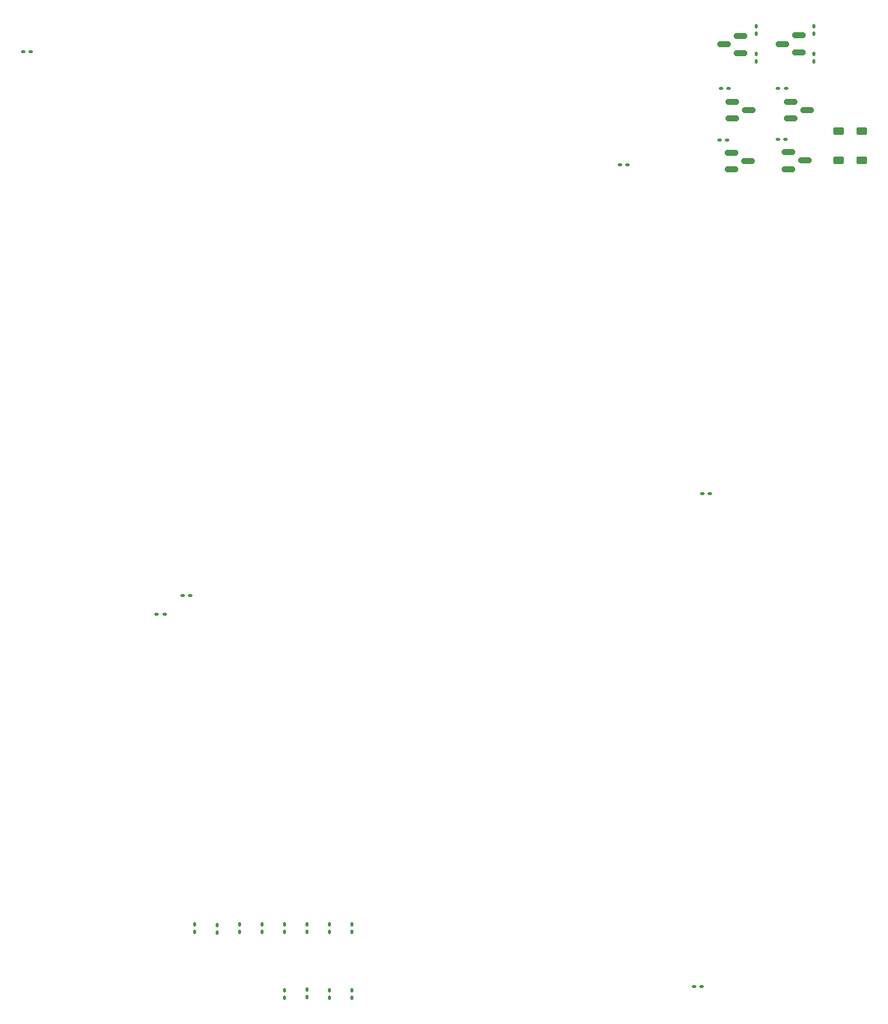
<source format=gbr>
%TF.GenerationSoftware,KiCad,Pcbnew,9.0.6*%
%TF.CreationDate,2025-11-21T06:24:55-05:00*%
%TF.ProjectId,sch,7363682e-6b69-4636-9164-5f7063625858,1.0*%
%TF.SameCoordinates,Original*%
%TF.FileFunction,Paste,Top*%
%TF.FilePolarity,Positive*%
%FSLAX46Y46*%
G04 Gerber Fmt 4.6, Leading zero omitted, Abs format (unit mm)*
G04 Created by KiCad (PCBNEW 9.0.6) date 2025-11-21 06:24:55*
%MOMM*%
%LPD*%
G01*
G04 APERTURE LIST*
G04 Aperture macros list*
%AMRoundRect*
0 Rectangle with rounded corners*
0 $1 Rounding radius*
0 $2 $3 $4 $5 $6 $7 $8 $9 X,Y pos of 4 corners*
0 Add a 4 corners polygon primitive as box body*
4,1,4,$2,$3,$4,$5,$6,$7,$8,$9,$2,$3,0*
0 Add four circle primitives for the rounded corners*
1,1,$1+$1,$2,$3*
1,1,$1+$1,$4,$5*
1,1,$1+$1,$6,$7*
1,1,$1+$1,$8,$9*
0 Add four rect primitives between the rounded corners*
20,1,$1+$1,$2,$3,$4,$5,0*
20,1,$1+$1,$4,$5,$6,$7,0*
20,1,$1+$1,$6,$7,$8,$9,0*
20,1,$1+$1,$8,$9,$2,$3,0*%
G04 Aperture macros list end*
%ADD10RoundRect,0.150000X-0.587500X-0.150000X0.587500X-0.150000X0.587500X0.150000X-0.587500X0.150000X0*%
%ADD11RoundRect,0.150000X0.587500X0.150000X-0.587500X0.150000X-0.587500X-0.150000X0.587500X-0.150000X0*%
%ADD12RoundRect,0.090000X-0.090000X0.139000X-0.090000X-0.139000X0.090000X-0.139000X0.090000X0.139000X0*%
%ADD13RoundRect,0.090000X0.090000X-0.139000X0.090000X0.139000X-0.090000X0.139000X-0.090000X-0.139000X0*%
%ADD14RoundRect,0.225000X0.375000X-0.225000X0.375000X0.225000X-0.375000X0.225000X-0.375000X-0.225000X0*%
%ADD15RoundRect,0.225000X-0.375000X0.225000X-0.375000X-0.225000X0.375000X-0.225000X0.375000X0.225000X0*%
%ADD16RoundRect,0.090000X-0.139000X-0.090000X0.139000X-0.090000X0.139000X0.090000X-0.139000X0.090000X0*%
%ADD17RoundRect,0.090000X0.139000X0.090000X-0.139000X0.090000X-0.139000X-0.090000X0.139000X-0.090000X0*%
G04 APERTURE END LIST*
D10*
%TO.C,Q5*%
X125793500Y-61473000D03*
X125793500Y-63373000D03*
X127668500Y-62423000D03*
%TD*%
D11*
%TO.C,Q4*%
X133383500Y-50124000D03*
X133383500Y-48224000D03*
X131508500Y-49174000D03*
%TD*%
D12*
%TO.C,R5*%
X72700000Y-148703050D03*
X72700000Y-149568050D03*
%TD*%
%TO.C,R17*%
X128587500Y-50292000D03*
X128587500Y-51157000D03*
%TD*%
D13*
%TO.C,R9*%
X75240000Y-156960550D03*
X75240000Y-156095550D03*
%TD*%
D14*
%TO.C,D2*%
X140525500Y-62356000D03*
X140525500Y-59056000D03*
%TD*%
D11*
%TO.C,Q3*%
X126809500Y-50185000D03*
X126809500Y-48285000D03*
X124934500Y-49235000D03*
%TD*%
D15*
%TO.C,D1*%
X137858500Y-59056000D03*
X137858500Y-62356000D03*
%TD*%
D12*
%TO.C,R7*%
X67620000Y-148753850D03*
X67620000Y-149618850D03*
%TD*%
D16*
%TO.C,R22*%
X124420500Y-60010000D03*
X125285500Y-60010000D03*
%TD*%
D12*
%TO.C,R1*%
X82860000Y-148703050D03*
X82860000Y-149568050D03*
%TD*%
D17*
%TO.C,R15*%
X131914500Y-54229000D03*
X131049500Y-54229000D03*
%TD*%
D16*
%TO.C,C4*%
X60781500Y-113665000D03*
X61646500Y-113665000D03*
%TD*%
%TO.C,R14*%
X124599000Y-54229000D03*
X125464000Y-54229000D03*
%TD*%
D12*
%TO.C,R19*%
X135064500Y-47192500D03*
X135064500Y-48057500D03*
%TD*%
%TO.C,R8*%
X65080000Y-148703050D03*
X65080000Y-149568050D03*
%TD*%
D10*
%TO.C,Q2*%
X132427500Y-55692000D03*
X132427500Y-57592000D03*
X134302500Y-56642000D03*
%TD*%
D13*
%TO.C,R12*%
X82860000Y-156960550D03*
X82860000Y-156095550D03*
%TD*%
D12*
%TO.C,R4*%
X75240000Y-148703050D03*
X75240000Y-149568050D03*
%TD*%
D13*
%TO.C,R10*%
X77780000Y-156934450D03*
X77780000Y-156069450D03*
%TD*%
D17*
%TO.C,R13*%
X114022000Y-62865000D03*
X113157000Y-62865000D03*
%TD*%
%TO.C,C3*%
X123297500Y-100012500D03*
X122432500Y-100012500D03*
%TD*%
D12*
%TO.C,R2*%
X80320000Y-148703050D03*
X80320000Y-149568050D03*
%TD*%
D13*
%TO.C,R11*%
X80320000Y-156961650D03*
X80320000Y-156096650D03*
%TD*%
D12*
%TO.C,R6*%
X70160000Y-148701950D03*
X70160000Y-149566950D03*
%TD*%
%TO.C,R18*%
X128587500Y-47192500D03*
X128587500Y-48057500D03*
%TD*%
D17*
%TO.C,C5*%
X64567500Y-111506000D03*
X63702500Y-111506000D03*
%TD*%
D16*
%TO.C,R24*%
X121536500Y-155702000D03*
X122401500Y-155702000D03*
%TD*%
D10*
%TO.C,Q6*%
X132222000Y-61407000D03*
X132222000Y-63307000D03*
X134097000Y-62357000D03*
%TD*%
%TO.C,Q1*%
X125823500Y-55692000D03*
X125823500Y-57592000D03*
X127698500Y-56642000D03*
%TD*%
D13*
%TO.C,R16*%
X135064500Y-51130500D03*
X135064500Y-50265500D03*
%TD*%
D16*
%TO.C,C2*%
X45668500Y-50038000D03*
X46533500Y-50038000D03*
%TD*%
D12*
%TO.C,R3*%
X77780000Y-148703050D03*
X77780000Y-149568050D03*
%TD*%
D16*
%TO.C,R21*%
X130997500Y-59944000D03*
X131862500Y-59944000D03*
%TD*%
M02*

</source>
